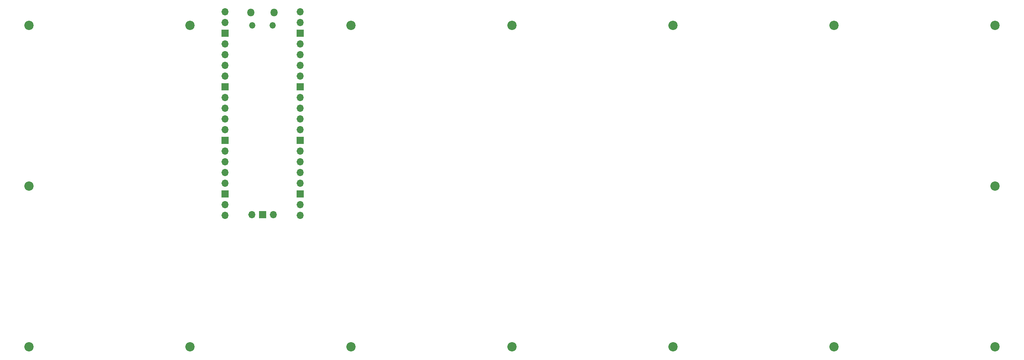
<source format=gbr>
%TF.GenerationSoftware,KiCad,Pcbnew,(5.1.10)-1*%
%TF.CreationDate,2021-09-02T14:39:37-06:00*%
%TF.ProjectId,MCUBottom,4d435542-6f74-4746-9f6d-2e6b69636164,rev?*%
%TF.SameCoordinates,Original*%
%TF.FileFunction,Soldermask,Bot*%
%TF.FilePolarity,Negative*%
%FSLAX46Y46*%
G04 Gerber Fmt 4.6, Leading zero omitted, Abs format (unit mm)*
G04 Created by KiCad (PCBNEW (5.1.10)-1) date 2021-09-02 14:39:37*
%MOMM*%
%LPD*%
G01*
G04 APERTURE LIST*
%ADD10O,1.700000X1.700000*%
%ADD11R,1.700000X1.700000*%
%ADD12O,1.500000X1.500000*%
%ADD13O,1.800000X1.800000*%
%ADD14C,2.200000*%
G04 APERTURE END LIST*
D10*
%TO.C,U1*%
X109220000Y-95020000D03*
D11*
X106680000Y-95020000D03*
D10*
X104140000Y-95020000D03*
D12*
X109105000Y-50150000D03*
X104255000Y-50150000D03*
D13*
X109405000Y-47120000D03*
X103955000Y-47120000D03*
D10*
X115570000Y-46990000D03*
X115570000Y-49530000D03*
D11*
X115570000Y-52070000D03*
D10*
X115570000Y-54610000D03*
X115570000Y-57150000D03*
X115570000Y-59690000D03*
X115570000Y-62230000D03*
D11*
X115570000Y-64770000D03*
D10*
X115570000Y-67310000D03*
X115570000Y-69850000D03*
X115570000Y-72390000D03*
X115570000Y-74930000D03*
D11*
X115570000Y-77470000D03*
D10*
X115570000Y-80010000D03*
X115570000Y-82550000D03*
X115570000Y-85090000D03*
X115570000Y-87630000D03*
D11*
X115570000Y-90170000D03*
D10*
X115570000Y-92710000D03*
X115570000Y-95250000D03*
X97790000Y-95250000D03*
X97790000Y-92710000D03*
D11*
X97790000Y-90170000D03*
D10*
X97790000Y-87630000D03*
X97790000Y-85090000D03*
X97790000Y-82550000D03*
X97790000Y-80010000D03*
D11*
X97790000Y-77470000D03*
D10*
X97790000Y-74930000D03*
X97790000Y-72390000D03*
X97790000Y-69850000D03*
X97790000Y-67310000D03*
D11*
X97790000Y-64770000D03*
D10*
X97790000Y-62230000D03*
X97790000Y-59690000D03*
X97790000Y-57150000D03*
X97790000Y-54610000D03*
D11*
X97790000Y-52070000D03*
D10*
X97790000Y-49530000D03*
X97790000Y-46990000D03*
%TD*%
D14*
%TO.C,H16*%
X280035000Y-88265000D03*
%TD*%
%TO.C,H15*%
X241935000Y-126365000D03*
%TD*%
%TO.C,H14*%
X165735000Y-126365000D03*
%TD*%
%TO.C,H13*%
X89535000Y-126365000D03*
%TD*%
%TO.C,H12*%
X241935000Y-50165000D03*
%TD*%
%TO.C,H11*%
X165735000Y-50165000D03*
%TD*%
%TO.C,H10*%
X89535000Y-50165000D03*
%TD*%
%TO.C,H9*%
X51435000Y-88265000D03*
%TD*%
%TO.C,H8*%
X280035000Y-126365000D03*
%TD*%
%TO.C,H4*%
X203835000Y-126365000D03*
%TD*%
%TO.C,H7*%
X127635000Y-126365000D03*
%TD*%
%TO.C,H3*%
X51435000Y-126365000D03*
%TD*%
%TO.C,H6*%
X280035000Y-50165000D03*
%TD*%
%TO.C,H2*%
X203835000Y-50165000D03*
%TD*%
%TO.C,H5*%
X127635000Y-50165000D03*
%TD*%
%TO.C,H1*%
X51435000Y-50165000D03*
%TD*%
M02*

</source>
